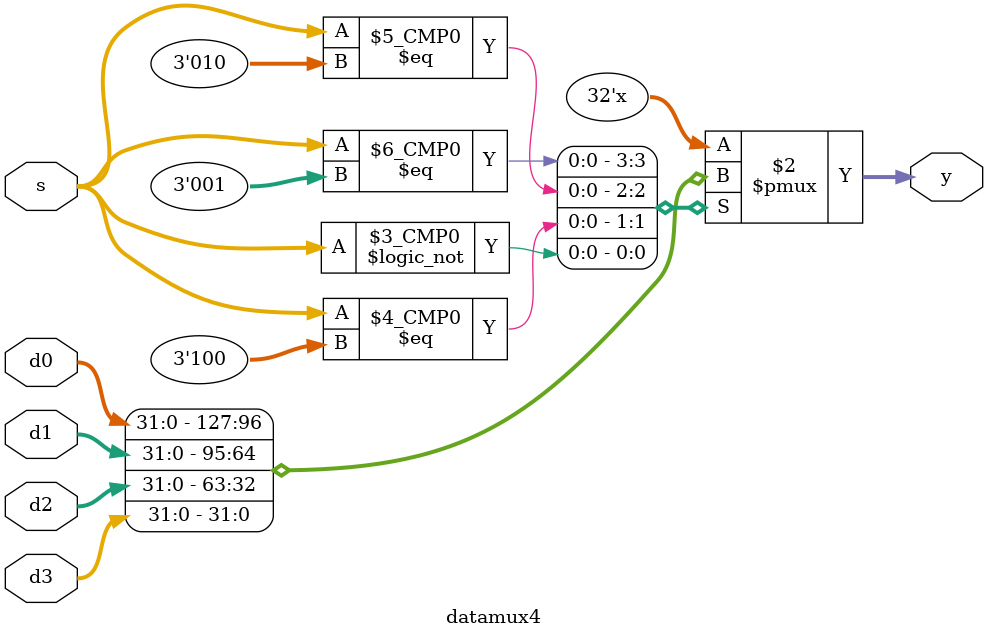
<source format=v>
`timescale 1ns / 1ps


module datamux4#(parameter WIDTH=32)(
    input [WIDTH-1:0] d0,d1,d2,d3,      //待选择信号
    input [2:0]s,                       //选择信号
    output reg [WIDTH-1:0] y);          //输出信号

    always @(*)
        case(s)
            3'b001:y<=d0;
            3'b010:y<=d1;
            3'b100:y<=d2;
            3'b000:y<=d3;
        endcase
endmodule

</source>
